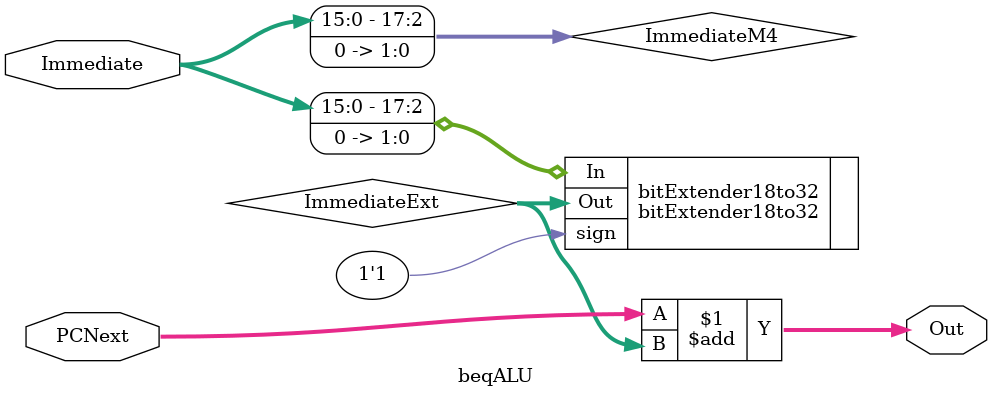
<source format=v>
`timescale 1ns / 1ps
module BranchControl(
	 input [31:0] PCD,
	 input FlushE,
		
	 input signed [1:0] EqualZeroD,
    input signed [1:0] EqualD,
    input jal,
	 input jalr,
    input jr,
	 input j,
	 
	 input beq,
	 input bne,
	 input blez,
	 input bgtz,
	 input bltz,
	 input bgez,
	 input bltzall, 
	 
	 input eret,
	 
    output reg [2:0] BranchSelect = 0,
	 output reg Nullify = 0,
	 output reg AtDelaySlotF = 0
    );
	 always @(*) begin
		AtDelaySlotF = 0;
		BranchSelect = 0;
		Nullify = 0;
		if (jal || j) BranchSelect = 2; //(jalAddress)
		if (jr || jalr) BranchSelect = 3;  // GRFRD1D
		if (beq && EqualD == 0) BranchSelect = 1;// beqALU
		if (bne && EqualD != 0) BranchSelect = 1;
		if (blez && EqualZeroD <= 0) BranchSelect = 1;
		if (bgtz && EqualZeroD > 0) BranchSelect = 1;
		if (bltz && EqualZeroD < 0) BranchSelect = 1;
		if (bgez && EqualZeroD >= 0) BranchSelect = 1;
		
		if (bltzall && EqualZeroD == -1) BranchSelect = 1;// beqALU
		if (bltzall && EqualZeroD != -1) Nullify = 1;
		
		if (eret) BranchSelect = 4;
		
		if (BranchSelect != 0) AtDelaySlotF = 1;
		
		//if (BranchSelect != 0 & ~FlushE) $display("fuck! PCD:%h",PCD);
		
	 end

endmodule

module beqALU(
   input [15:0] Immediate,
	input [31:0] PCNext,
	output [31:0] Out
	);
	wire [17:0] ImmediateM4;
	wire [31:0] ImmediateExt;
	assign ImmediateM4 = {Immediate,2'b0};
	bitExtender18to32 bitExtender18to32(.In(ImmediateM4),.Out(ImmediateExt),.sign(1'b1));
	assign Out = (PCNext + ImmediateExt);//·ûºÅÒÆ¶¯
endmodule

</source>
